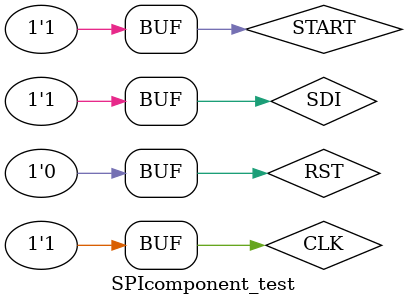
<source format=v>
module SPIcomponent_test(
);

reg		 CLK;
reg		 RST;
reg		 START;
reg		 SDI;
wire 	 SDO;
wire	 SCLK;
wire	 SS;
wire [9:0]  yAxis;

integer i;

SPIcomponent uut(
		.CLK(CLK),
		.RST(RST),
		.START(START),
		.SDI(SDI),
		.SDO(SDO),
		.SCLK(SCLK),
		.SS(SS),
		.yAxis(yAxis)
);

        always
        begin
            CLK = 0;
            #5;
            CLK = 1;
            #5;
        end
        
        
        initial
        begin
           RST = 0;
           START = 0;
           SDI = 0;
           #10;
           
           RST = 0;
           START = 1;
           SDI = 0;
           #200;
           
           RST = 0;
           START = 0;
           SDI = 1;
           #200;
              
           RST = 0;
           START = 1;
           SDI = 1;
           #200;
              
        end

endmodule
</source>
